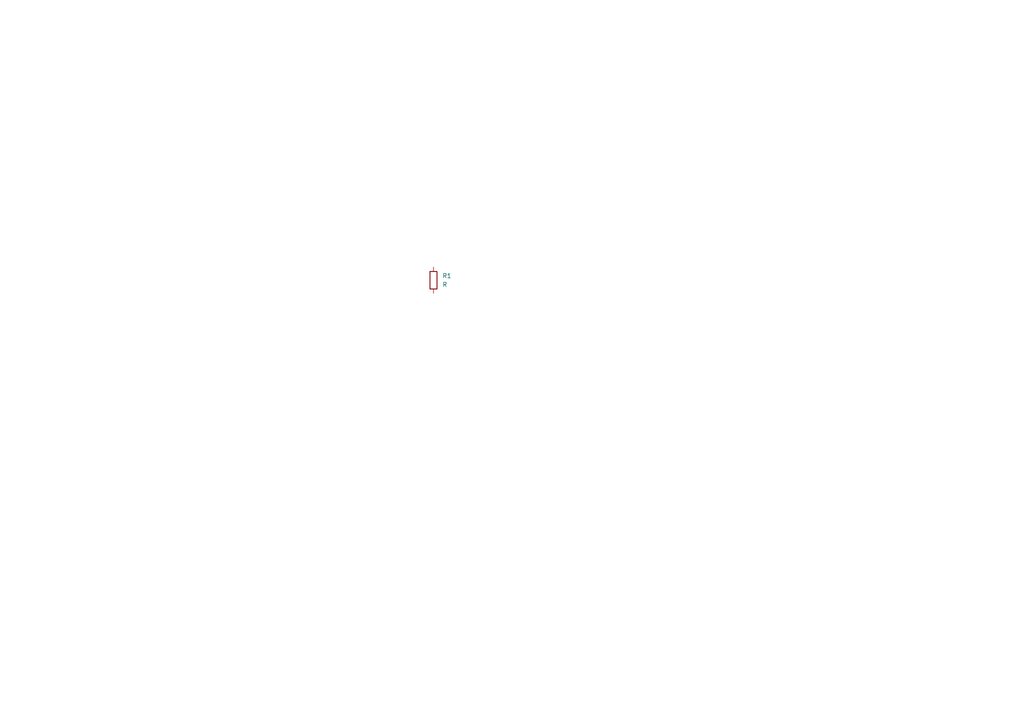
<source format=kicad_sch>
(kicad_sch (version 20250114) (generator "eeschema") (generator_version "9.0")
  (paper "A4")
  (lib_symbols
    (symbol "Device:R" (pin_numbers (hide yes)) (pin_names (offset 0))
      (property "Reference" "R" (at 2.032 0 90))
      (property "Value" "R" (at 0 0 90))
      (symbol "R_0_1"
        (rectangle (start -1.016 -2.54) (end 1.016 2.54) (stroke (width 0.254)))
      )
      (symbol "R_1_1"
        (pin passive line (at 0 3.81 270) (length 1.27) (name "~") (number "1"))
        (pin passive line (at 0 -3.81 90) (length 1.27) (name "~") (number "2"))
      )
    )
  )
  (symbol (lib_id "Device:R") (at 125.73 81.28 0) (unit 1)
    (property "Reference" "R1" (at 128.27 80.0099 0) (effects (justify left)))
    (property "Value" "R" (at 128.27 82.5499 0) (effects (justify left)))
    (property "Description" "Resistor" (effects (hide yes)))
  )
)
</source>
